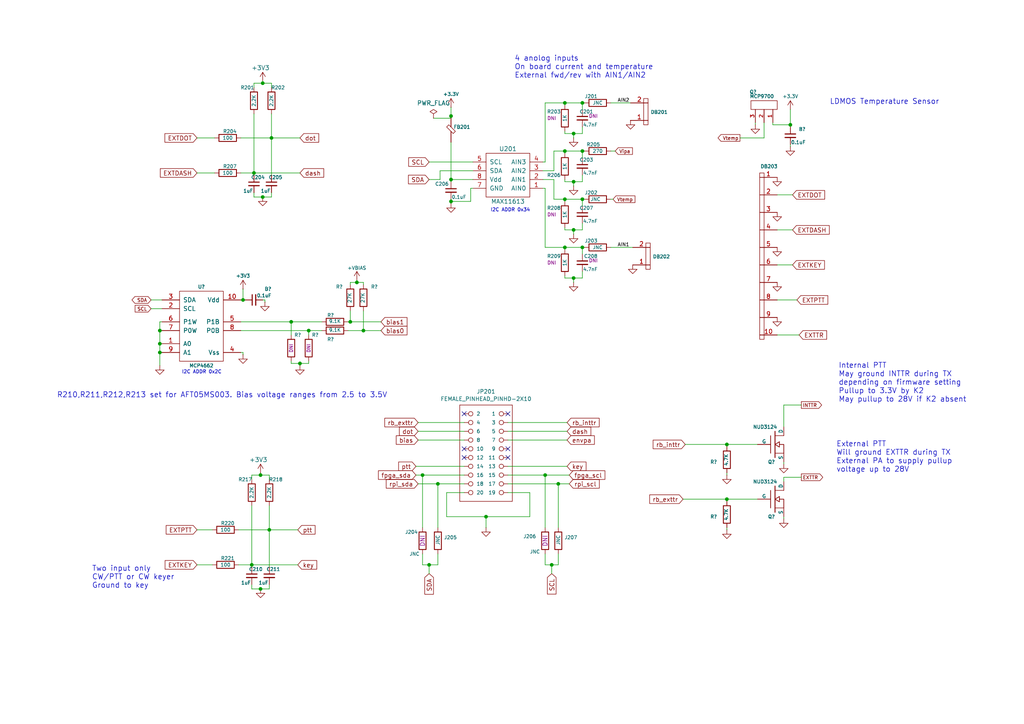
<source format=kicad_sch>
(kicad_sch (version 20231120) (generator "eeschema") (generator_version "8.0")
  (paper "A4")
  (title_block (title "Radioberry - amplifier") (date "2020-12-18") (rev "beta 1") (company "AppMind") (comment 1 "PA3GSB Johan Maas"))
  (lib_symbols
    (symbol "Radioberry:PINHEAD_PINHD-2X10" (pin_numbers hide) (pin_names (offset 1.016))
      (property "Reference" "JP" (at -6.35 13.335 0))
      (property "Value" "PINHEAD_PINHD-2X10" (at -6.35 -17.78 0))
      (symbol "PINHEAD_PINHD-2X10_1_0"
        (polyline (pts (xy -6.35 -15.24) (xy 8.89 -15.24)))
        (polyline (pts (xy -6.35 12.7) (xy -6.35 -15.24)))
        (polyline (pts (xy 8.89 -15.24) (xy 8.89 12.7)))
        (polyline (pts (xy 8.89 12.7) (xy -6.35 12.7)))
      )
      (symbol "PINHEAD_PINHD-2X10_1_1"
        (pin passive inverted (at -5.08 10.16 0) (length 2.54) (name "1") (number "1"))
        (pin passive inverted (at 7.62 0 180) (length 2.54) (name "10") (number "10"))
        (pin passive inverted (at -5.08 -2.54 0) (length 2.54) (name "11") (number "11"))
        (pin passive inverted (at 7.62 -2.54 180) (length 2.54) (name "12") (number "12"))
        (pin passive inverted (at -5.08 -5.08 0) (length 2.54) (name "13") (number "13"))
        (pin passive inverted (at 7.62 -5.08 180) (length 2.54) (name "14") (number "14"))
        (pin passive inverted (at -5.08 -7.62 0) (length 2.54) (name "15") (number "15"))
        (pin passive inverted (at 7.62 -7.62 180) (length 2.54) (name "16") (number "16"))
        (pin passive inverted (at -5.08 -10.16 0) (length 2.54) (name "17") (number "17"))
        (pin passive inverted (at 7.62 -10.16 180) (length 2.54) (name "18") (number "18"))
        (pin passive inverted (at -5.08 -12.7 0) (length 2.54) (name "19") (number "19"))
        (pin passive inverted (at 7.62 10.16 180) (length 2.54) (name "2") (number "2"))
        (pin passive inverted (at 7.62 -12.7 180) (length 2.54) (name "20") (number "20"))
        (pin passive inverted (at -5.08 7.62 0) (length 2.54) (name "3") (number "3"))
        (pin passive inverted (at 7.62 7.62 180) (length 2.54) (name "4") (number "4"))
        (pin passive inverted (at -5.08 5.08 0) (length 2.54) (name "5") (number "5"))
        (pin passive inverted (at 7.62 5.08 180) (length 2.54) (name "6") (number "6"))
        (pin passive inverted (at -5.08 2.54 0) (length 2.54) (name "7") (number "7"))
        (pin passive inverted (at 7.62 2.54 180) (length 2.54) (name "8") (number "8"))
        (pin passive inverted (at -5.08 0 0) (length 2.54) (name "9") (number "9"))
      )
    )
    (symbol "hermeslite:+VBIAS" (power) (pin_names (offset 0))
      (property "Value" "+VBIAS" (at 0 3.556 0))
      (symbol "+VBIAS_0_1"
        (polyline (pts (xy -0.762 1.27) (xy 0 2.54)))
        (polyline (pts (xy 0 0) (xy 0 2.54)))
        (polyline (pts (xy 0 2.54) (xy 0.762 1.27)))
      )
      (symbol "+VBIAS_1_1"
        (pin power_in line (at 0 0 90) (length 0) hide (name "+VBIAS") (number "1"))
      )
    )
    (symbol "hermeslite:C_Small" (pin_numbers hide) (pin_names (offset 0.254) hide)
      (property "Reference" "C" (at 0.254 1.778 0))
      (property "Value" "C_Small" (at 0.254 -2.032 0))
      (symbol "C_Small_0_1"
        (polyline (pts (xy -1.524 -0.508) (xy 1.524 -0.508)) (stroke (width 0.3302)))
        (polyline (pts (xy -1.524 0.508) (xy 1.524 0.508)) (stroke (width 0.3048)))
      )
      (symbol "C_Small_1_1"
        (pin passive line (at 0 2.54 270) (length 2.032) (name "~") (number "1"))
        (pin passive line (at 0 -2.54 90) (length 2.032) (name "~") (number "2"))
      )
    )
    (symbol "hermeslite:FB" (pin_numbers hide) (pin_names (offset 1.016))
      (property "Reference" "FB" (at 1.905 -1.27 0))
      (symbol "FB_0_1"
        (polyline (pts (xy 0.635 1.27) (xy 1.27 0.635) (xy -0.635 -1.27) (xy -1.27 -0.635) (xy 0.635 1.27)))
      )
      (symbol "FB_1_1"
        (pin passive line (at -3.81 0 0) (length 3.1496) (name "~") (number "1"))
        (pin input line (at 3.81 0 180) (length 3.1496) (name "~") (number "2"))
      )
    )
    (symbol "hermeslite:IO10" (pin_names (offset 1.016))
      (property "Reference" "DB" (at -1.905 -15.24 0))
      (symbol "IO10_0_1"
        (rectangle (start -2.54 34.29) (end -1.27 -13.97))
      )
      (symbol "IO10_1_1"
        (pin input line (at 2.54 33.02 180) (length 5.08) (name "~") (number "1"))
        (pin input line (at 2.54 -12.7 180) (length 5.08) (name "~") (number "10"))
        (pin input line (at 2.54 27.94 180) (length 5.08) (name "~") (number "2"))
        (pin input line (at 2.54 22.86 180) (length 5.08) (name "~") (number "3"))
        (pin input line (at 2.54 17.78 180) (length 5.08) (name "~") (number "4"))
        (pin input line (at 2.54 12.7 180) (length 5.08) (name "~") (number "5"))
        (pin input line (at 2.54 7.62 180) (length 5.08) (name "~") (number "6"))
        (pin input line (at 2.54 2.54 180) (length 5.08) (name "~") (number "7"))
        (pin input line (at 2.54 -2.54 180) (length 5.08) (name "~") (number "8"))
        (pin input line (at 2.54 -7.62 180) (length 5.08) (name "~") (number "9"))
      )
    )
    (symbol "hermeslite:JNC" (pin_numbers hide) (pin_names (offset 0))
      (property "Reference" "J" (at 2.032 0 90))
      (property "Value" "JNC" (at 0 0 90))
      (symbol "JNC_0_1"
        (rectangle (start -1.016 -2.54) (end 1.016 2.54) (stroke (width 0.254)))
      )
      (symbol "JNC_1_1"
        (pin passive line (at 0 -3.81 90) (length 1.27) (name "~") (number "1"))
        (pin passive line (at 0 3.81 270) (length 1.27) (name "~") (number "2"))
      )
    )
    (symbol "hermeslite:MAX11613" (pin_names (offset 1.016))
      (property "Reference" "U" (at 0 -7.62 0))
      (symbol "MAX11613_0_1"
        (rectangle (start -6.35 6.35) (end 6.35 -6.35))
      )
      (symbol "MAX11613_1_1"
        (pin input line (at -10.16 3.81 0) (length 3.81) (name "AIN0") (number "1"))
        (pin power_in line (at -10.16 1.27 0) (length 3.81) (name "AIN1") (number "2"))
        (pin input line (at -10.16 -1.27 0) (length 3.81) (name "AIN2") (number "3"))
        (pin power_in line (at -10.16 -3.81 0) (length 3.81) (name "AIN3") (number "4"))
        (pin input line (at 10.16 -3.81 180) (length 3.81) (name "SCL") (number "5"))
        (pin input line (at 10.16 -1.27 180) (length 3.81) (name "SDA") (number "6"))
        (pin input line (at 10.16 3.81 180) (length 3.81) (name "GND") (number "7"))
        (pin power_out line (at 10.16 1.27 180) (length 3.81) (name "Vdd") (number "8"))
      )
    )
    (symbol "hermeslite:MCP4662" (pin_names (offset 1.016))
      (property "Reference" "U" (at 6.35 24.13 0))
      (property "Value" "MCP4662" (at 6.35 1.27 0))
      (symbol "MCP4662_0_1"
        (rectangle (start 12.7 2.54) (end 0 22.86))
      )
      (symbol "MCP4662_1_1"
        (pin input line (at -5.08 7.62 0) (length 5.08) (name "A0") (number "1"))
        (pin power_in line (at 17.78 20.32 180) (length 5.08) (name "Vdd") (number "10"))
        (pin input line (at -5.08 17.78 0) (length 5.08) (name "SCL") (number "2"))
        (pin bidirectional line (at -5.08 20.32 0) (length 5.08) (name "SDA") (number "3"))
        (pin power_in line (at 17.78 5.08 180) (length 5.08) (name "Vss") (number "4"))
        (pin input line (at 17.78 13.97 180) (length 5.08) (name "P1B") (number "5"))
        (pin input line (at -5.08 13.97 0) (length 5.08) (name "P1W") (number "6"))
        (pin output line (at -5.08 11.43 0) (length 5.08) (name "P0W") (number "7"))
        (pin input line (at 17.78 11.43 180) (length 5.08) (name "P0B") (number "8"))
        (pin input line (at -5.08 5.08 0) (length 5.08) (name "A1") (number "9"))
      )
    )
    (symbol "hermeslite:MCP9700" (pin_names (offset 1.016))
      (property "Reference" "Q" (at -1.27 8.89 0))
      (property "Value" "MCP9700" (at -1.27 -1.27 0))
      (symbol "MCP9700_0_1"
        (rectangle (start -2.54 7.62) (end 0 0))
      )
      (symbol "MCP9700_1_1"
        (pin passive line (at 3.81 6.35 180) (length 3.81) (name "~") (number "1"))
        (pin passive line (at 3.81 3.81 180) (length 3.81) (name "~") (number "2"))
        (pin passive line (at 3.81 1.27 180) (length 3.81) (name "~") (number "3"))
      )
    )
    (symbol "hermeslite:MOSFET_N" (pin_numbers hide) (pin_names (offset 0))
      (property "Reference" "Q" (at 0.254 4.318 0))
      (property "Value" "MOSFET_N" (at 0.254 -3.81 0))
      (symbol "MOSFET_N_0_1"
        (polyline (pts (xy -1.27 -2.54) (xy -1.27 2.54)) (stroke (width 0.2032)))
        (polyline (pts (xy 0 -3.81) (xy 0 3.81)) (stroke (width 0.254)))
        (polyline (pts (xy 2.54 -2.54) (xy 0 -2.54)))
        (polyline (pts (xy 2.54 2.54) (xy 0 2.54)))
        (polyline (pts (xy 2.54 -2.54) (xy 2.54 0) (xy 1.27 0)) (stroke (width 0.2032)))
        (polyline (pts (xy 1.27 0.762) (xy 1.27 -0.762) (xy 0 0) (xy 1.27 0.762) (xy 1.27 0.762)) (stroke (width 0.2032)))
      )
      (symbol "MOSFET_N_1_1"
        (pin input line (at -5.08 0 0) (length 3.81) (name "G") (number "1"))
        (pin passive line (at 2.54 -5.08 90) (length 2.54) (name "S") (number "2"))
        (pin passive line (at 2.54 5.08 270) (length 2.54) (name "D") (number "3"))
      )
    )
    (symbol "hermeslite:R" (pin_numbers hide) (pin_names (offset 0))
      (property "Reference" "R" (at 2.032 0 90))
      (property "Value" "R" (at 0 0 90))
      (symbol "R_0_1"
        (rectangle (start -1.016 -2.54) (end 1.016 2.54) (stroke (width 0.254)))
      )
      (symbol "R_1_1"
        (pin passive line (at 0 3.81 270) (length 1.27) (name "~") (number "1"))
        (pin passive line (at 0 -3.81 90) (length 1.27) (name "~") (number "2"))
      )
    )
    (symbol "hermeslite:RFD2b" (pin_names (offset 1.016))
      (property "Reference" "DB" (at -1.27 -5.08 0))
      (symbol "RFD2b_0_1"
        (rectangle (start -2.54 3.81) (end -1.27 -3.81))
      )
      (symbol "RFD2b_1_1"
        (pin input line (at 2.54 2.54 180) (length 5.08) (name "~") (number "1"))
        (pin input line (at 2.54 -2.54 180) (length 5.08) (name "~") (number "2"))
      )
    )
    (symbol "power:+3.3V" (power) (pin_numbers hide) (pin_names (offset 0) hide)
      (property "Value" "+3.3V" (at 0 3.556 0))
      (symbol "+3.3V_0_1"
        (polyline (pts (xy -0.762 1.27) (xy 0 2.54)))
        (polyline (pts (xy 0 0) (xy 0 2.54)))
        (polyline (pts (xy 0 2.54) (xy 0.762 1.27)))
      )
      (symbol "+3.3V_1_1"
        (pin power_in line (at 0 0 90) (length 0) (name "~") (number "1"))
      )
    )
    (symbol "power:+3V3" (power) (pin_numbers hide) (pin_names (offset 0) hide)
      (property "Value" "+3V3" (at 0 3.556 0))
      (symbol "+3V3_0_1"
        (polyline (pts (xy -0.762 1.27) (xy 0 2.54)))
        (polyline (pts (xy 0 0) (xy 0 2.54)))
        (polyline (pts (xy 0 2.54) (xy 0.762 1.27)))
      )
      (symbol "+3V3_1_1"
        (pin power_in line (at 0 0 90) (length 0) (name "~") (number "1"))
      )
    )
    (symbol "power:GND" (power) (pin_numbers hide) (pin_names (offset 0) hide)
      (property "Value" "GND" (at 0 -3.81 0))
      (symbol "GND_0_1"
        (polyline (pts (xy 0 0) (xy 0 -1.27) (xy 1.27 -1.27) (xy 0 -2.54) (xy -1.27 -1.27) (xy 0 -1.27)))
      )
      (symbol "GND_1_1"
        (pin power_in line (at 0 0 270) (length 0) (name "~") (number "1"))
      )
    )
    (symbol "power:PWR_FLAG" (power) (pin_numbers hide) (pin_names (offset 0) hide)
      (property "Value" "PWR_FLAG" (at 0 3.81 0))
      (symbol "PWR_FLAG_0_0"
        (pin power_out line (at 0 0 90) (length 0) (name "~") (number "1"))
      )
      (symbol "PWR_FLAG_0_1"
        (polyline (pts (xy 0 0) (xy 0 1.27) (xy -1.016 1.905) (xy 0 2.54) (xy 1.016 1.905) (xy 0 1.27)))
      )
    )
  )
  (junction (at 124.46 163.83))
  (junction (at 73.025 163.83))
  (junction (at 130.81 33.655))
  (junction (at 76.2 24.13))
  (junction (at 78.74 40.005))
  (junction (at 140.97 149.86))
  (junction (at 86.995 105.41))
  (junction (at 168.91 29.845))
  (junction (at 166.37 66.675))
  (junction (at 160.02 163.83))
  (junction (at 75.565 170.815))
  (junction (at 168.91 71.755))
  (junction (at 210.82 144.78))
  (junction (at 158.115 137.795))
  (junction (at 127 140.335))
  (junction (at 46.355 102.235))
  (junction (at 84.455 93.345))
  (junction (at 70.485 86.995))
  (junction (at 105.41 95.885))
  (junction (at 163.83 57.785))
  (junction (at 166.37 38.735))
  (junction (at 46.355 99.695))
  (junction (at 161.925 140.335))
  (junction (at 168.91 43.815))
  (junction (at 130.81 58.42))
  (junction (at 163.83 71.755))
  (junction (at 46.355 95.885))
  (junction (at 168.91 57.785))
  (junction (at 78.105 153.67))
  (junction (at 210.82 128.905))
  (junction (at 73.66 50.165))
  (junction (at 163.83 29.845))
  (junction (at 166.37 52.705))
  (junction (at 122.555 137.795))
  (junction (at 101.6 93.345))
  (junction (at 75.565 137.795))
  (junction (at 89.535 95.885))
  (junction (at 103.505 81.915))
  (junction (at 163.83 43.815))
  (junction (at 229.235 36.195))
  (junction (at 130.81 52.07))
  (junction (at 166.37 80.645))
  (junction (at 76.2 57.15))
  (no_connect (at 134.62 132.715))
  (no_connect (at 147.32 120.015))
  (no_connect (at 134.62 130.175))
  (no_connect (at 147.32 132.715))
  (no_connect (at 134.62 120.015))
  (no_connect (at 147.32 130.175))
  (wire (pts (xy 127.635 49.53) (xy 137.16 49.53)))
  (wire (pts (xy 168.91 29.845) (xy 168.91 31.75)))
  (wire (pts (xy 210.82 137.16) (xy 210.82 137.795)))
  (wire (pts (xy 78.105 153.67) (xy 86.36 153.67)))
  (wire (pts (xy 69.85 50.165) (xy 73.66 50.165)))
  (wire (pts (xy 69.85 95.885) (xy 89.535 95.885)))
  (wire (pts (xy 46.99 93.345) (xy 46.355 93.345)))
  (wire (pts (xy 130.81 58.42) (xy 130.81 59.055)))
  (wire (pts (xy 158.115 137.795) (xy 158.115 153.035)))
  (wire (pts (xy 198.755 128.905) (xy 210.82 128.905)))
  (wire (pts (xy 168.91 57.785) (xy 169.545 57.785)))
  (wire (pts (xy 129.54 142.875) (xy 134.62 142.875)))
  (wire (pts (xy 100.965 93.345) (xy 101.6 93.345)))
  (wire (pts (xy 46.99 86.995) (xy 43.815 86.995)))
  (wire (pts (xy 121.285 125.095) (xy 134.62 125.095)))
  (wire (pts (xy 101.6 82.55) (xy 101.6 81.915)))
  (wire (pts (xy 168.91 29.845) (xy 169.545 29.845)))
  (wire (pts (xy 46.99 95.885) (xy 46.355 95.885)))
  (wire (pts (xy 177.165 57.785) (xy 177.8 57.785)))
  (wire (pts (xy 69.215 163.83) (xy 73.025 163.83)))
  (wire (pts (xy 210.82 145.415) (xy 210.82 144.78)))
  (wire (pts (xy 73.66 24.13) (xy 73.66 25.4)))
  (wire (pts (xy 121.285 140.335) (xy 127 140.335)))
  (wire (pts (xy 124.46 52.07) (xy 127.635 52.07)))
  (wire (pts (xy 153.67 149.86) (xy 140.97 149.86)))
  (wire (pts (xy 121.285 122.555) (xy 134.62 122.555)))
  (wire (pts (xy 101.6 81.915) (xy 103.505 81.915)))
  (wire (pts (xy 147.32 140.335) (xy 161.925 140.335)))
  (wire (pts (xy 163.83 52.07) (xy 163.83 52.705)))
  (wire (pts (xy 160.655 57.785) (xy 163.83 57.785)))
  (wire (pts (xy 70.485 86.995) (xy 71.12 86.995)))
  (wire (pts (xy 78.74 57.15) (xy 78.74 55.88)))
  (wire (pts (xy 147.32 122.555) (xy 164.465 122.555)))
  (wire (pts (xy 160.655 43.815) (xy 163.83 43.815)))
  (wire (pts (xy 227.33 139.7) (xy 227.33 138.43)))
  (wire (pts (xy 158.115 54.61) (xy 158.115 71.755)))
  (wire (pts (xy 70.485 102.235) (xy 70.485 102.87)))
  (wire (pts (xy 73.025 163.83) (xy 86.36 163.83)))
  (wire (pts (xy 227.33 149.86) (xy 227.33 150.495)))
  (wire (pts (xy 168.91 38.735) (xy 168.91 36.83)))
  (wire (pts (xy 78.105 170.815) (xy 78.105 169.545)))
  (wire (pts (xy 100.965 95.885) (xy 105.41 95.885)))
  (wire (pts (xy 168.91 43.815) (xy 168.91 45.72)))
  (wire (pts (xy 73.66 50.165) (xy 73.66 50.8)))
  (wire (pts (xy 168.91 71.755) (xy 168.91 73.66)))
  (wire (pts (xy 177.165 71.755) (xy 183.515 71.755)))
  (wire (pts (xy 160.02 163.83) (xy 160.02 166.37)))
  (wire (pts (xy 84.455 105.41) (xy 86.995 105.41)))
  (wire (pts (xy 224.155 35.56) (xy 224.155 36.195)))
  (wire (pts (xy 157.48 49.53) (xy 160.655 49.53)))
  (wire (pts (xy 105.41 90.17) (xy 105.41 95.885)))
  (wire (pts (xy 221.615 40.005) (xy 221.615 35.56)))
  (wire (pts (xy 101.6 93.345) (xy 110.49 93.345)))
  (wire (pts (xy 166.37 66.675) (xy 168.91 66.675)))
  (wire (pts (xy 127 163.83) (xy 127 160.655)))
  (wire (pts (xy 134.62 137.795) (xy 122.555 137.795)))
  (wire (pts (xy 103.505 81.28) (xy 103.505 81.915)))
  (wire (pts (xy 210.82 128.905) (xy 219.71 128.905)))
  (wire (pts (xy 140.97 153.035) (xy 140.97 149.86)))
  (wire (pts (xy 130.81 33.655) (xy 130.81 34.29)))
  (wire (pts (xy 122.555 137.795) (xy 122.555 153.035)))
  (wire (pts (xy 166.37 80.645) (xy 168.91 80.645)))
  (wire (pts (xy 105.41 95.885) (xy 110.49 95.885)))
  (wire (pts (xy 158.115 163.83) (xy 160.02 163.83)))
  (wire (pts (xy 163.83 29.845) (xy 168.91 29.845)))
  (wire (pts (xy 86.995 106.045) (xy 86.995 105.41)))
  (wire (pts (xy 163.83 29.845) (xy 163.83 30.48)))
  (wire (pts (xy 84.455 97.155) (xy 84.455 93.345)))
  (wire (pts (xy 225.425 86.995) (xy 231.14 86.995)))
  (wire (pts (xy 227.33 117.475) (xy 232.41 117.475)))
  (wire (pts (xy 163.83 43.815) (xy 163.83 44.45)))
  (wire (pts (xy 76.835 86.995) (xy 76.835 87.63)))
  (wire (pts (xy 127 140.335) (xy 127 153.035)))
  (wire (pts (xy 101.6 90.17) (xy 101.6 93.345)))
  (wire (pts (xy 229.87 66.675) (xy 225.425 66.675)))
  (wire (pts (xy 163.83 57.785) (xy 168.91 57.785)))
  (wire (pts (xy 163.83 80.01) (xy 163.83 80.645)))
  (wire (pts (xy 130.81 52.07) (xy 130.81 52.705)))
  (wire (pts (xy 69.85 40.005) (xy 78.74 40.005)))
  (wire (pts (xy 105.41 81.915) (xy 105.41 82.55)))
  (wire (pts (xy 46.355 102.235) (xy 46.355 106.045)))
  (wire (pts (xy 210.82 153.035) (xy 210.82 153.67)))
  (wire (pts (xy 163.83 71.755) (xy 163.83 72.39)))
  (wire (pts (xy 75.565 137.795) (xy 78.105 137.795)))
  (wire (pts (xy 46.355 99.695) (xy 46.355 102.235)))
  (wire (pts (xy 73.025 170.815) (xy 75.565 170.815)))
  (wire (pts (xy 166.37 52.705) (xy 168.91 52.705)))
  (wire (pts (xy 46.99 102.235) (xy 46.355 102.235)))
  (wire (pts (xy 225.425 97.155) (xy 231.775 97.155)))
  (wire (pts (xy 125.73 34.29) (xy 130.81 34.29)))
  (wire (pts (xy 158.115 29.845) (xy 163.83 29.845)))
  (wire (pts (xy 78.105 153.67) (xy 78.105 164.465)))
  (wire (pts (xy 129.54 149.86) (xy 129.54 142.875)))
  (wire (pts (xy 73.025 146.685) (xy 73.025 163.83)))
  (wire (pts (xy 120.65 135.255) (xy 134.62 135.255)))
  (wire (pts (xy 46.355 93.345) (xy 46.355 95.885)))
  (wire (pts (xy 69.215 153.67) (xy 78.105 153.67)))
  (wire (pts (xy 227.33 117.475) (xy 227.33 123.825)))
  (wire (pts (xy 163.83 80.645) (xy 166.37 80.645)))
  (wire (pts (xy 147.32 137.795) (xy 158.115 137.795)))
  (wire (pts (xy 89.535 105.41) (xy 89.535 104.775)))
  (wire (pts (xy 163.83 66.04) (xy 163.83 66.675)))
  (wire (pts (xy 73.025 137.795) (xy 75.565 137.795)))
  (wire (pts (xy 130.81 52.07) (xy 137.16 52.07)))
  (wire (pts (xy 210.82 128.905) (xy 210.82 129.54)))
  (wire (pts (xy 227.33 133.985) (xy 227.33 134.62)))
  (wire (pts (xy 46.355 95.885) (xy 46.355 99.695)))
  (wire (pts (xy 147.32 135.255) (xy 164.465 135.255)))
  (wire (pts (xy 73.66 33.02) (xy 73.66 50.165)))
  (wire (pts (xy 89.535 97.155) (xy 89.535 95.885)))
  (wire (pts (xy 76.2 24.13) (xy 78.74 24.13)))
  (wire (pts (xy 163.83 57.785) (xy 163.83 58.42)))
  (wire (pts (xy 76.2 86.995) (xy 76.835 86.995)))
  (wire (pts (xy 86.995 105.41) (xy 89.535 105.41)))
  (wire (pts (xy 166.37 52.705) (xy 166.37 53.975)))
  (wire (pts (xy 229.87 76.835) (xy 225.425 76.835)))
  (wire (pts (xy 161.925 140.335) (xy 161.925 153.035)))
  (wire (pts (xy 62.23 50.165) (xy 57.15 50.165)))
  (wire (pts (xy 124.46 46.99) (xy 137.16 46.99)))
  (wire (pts (xy 122.555 160.655) (xy 122.555 163.83)))
  (wire (pts (xy 177.165 43.815) (xy 178.435 43.815)))
  (wire (pts (xy 168.91 71.755) (xy 169.545 71.755)))
  (wire (pts (xy 78.74 33.02) (xy 78.74 40.005)))
  (wire (pts (xy 89.535 95.885) (xy 93.345 95.885)))
  (wire (pts (xy 166.37 38.735) (xy 166.37 40.005)))
  (wire (pts (xy 136.525 54.61) (xy 137.16 54.61)))
  (wire (pts (xy 227.33 138.43) (xy 232.41 138.43)))
  (wire (pts (xy 224.155 36.195) (xy 229.235 36.195)))
  (wire (pts (xy 130.81 41.275) (xy 130.81 52.07)))
  (wire (pts (xy 127.635 52.07) (xy 127.635 49.53)))
  (wire (pts (xy 73.66 57.15) (xy 76.2 57.15)))
  (wire (pts (xy 168.91 66.675) (xy 168.91 64.77)))
  (wire (pts (xy 127 140.335) (xy 134.62 140.335)))
  (wire (pts (xy 61.595 153.67) (xy 57.15 153.67)))
  (wire (pts (xy 177.165 29.845) (xy 182.88 29.845)))
  (wire (pts (xy 157.48 52.07) (xy 160.655 52.07)))
  (wire (pts (xy 73.025 163.83) (xy 73.025 164.465)))
  (wire (pts (xy 168.91 43.815) (xy 169.545 43.815)))
  (wire (pts (xy 84.455 104.775) (xy 84.455 105.41)))
  (wire (pts (xy 103.505 81.915) (xy 105.41 81.915)))
  (wire (pts (xy 163.83 71.755) (xy 168.91 71.755)))
  (wire (pts (xy 78.105 137.795) (xy 78.105 139.065)))
  (wire (pts (xy 158.115 160.655) (xy 158.115 163.83)))
  (wire (pts (xy 166.37 38.735) (xy 168.91 38.735)))
  (wire (pts (xy 163.83 66.675) (xy 166.37 66.675)))
  (wire (pts (xy 221.615 40.005) (xy 214.63 40.005)))
  (wire (pts (xy 73.025 169.545) (xy 73.025 170.815)))
  (wire (pts (xy 43.815 89.535) (xy 46.99 89.535)))
  (wire (pts (xy 168.91 80.645) (xy 168.91 78.74)))
  (wire (pts (xy 78.74 24.13) (xy 78.74 25.4)))
  (wire (pts (xy 69.85 86.995) (xy 70.485 86.995)))
  (wire (pts (xy 166.37 80.645) (xy 166.37 81.915)))
  (wire (pts (xy 75.565 170.815) (xy 78.105 170.815)))
  (wire (pts (xy 130.81 31.115) (xy 130.81 33.655)))
  (wire (pts (xy 70.485 86.995) (xy 70.485 83.82)))
  (wire (pts (xy 73.66 55.88) (xy 73.66 57.15)))
  (wire (pts (xy 168.91 57.785) (xy 168.91 59.69)))
  (wire (pts (xy 147.32 142.875) (xy 153.67 142.875)))
  (wire (pts (xy 160.655 52.07) (xy 160.655 57.785)))
  (wire (pts (xy 73.025 137.795) (xy 73.025 139.065)))
  (wire (pts (xy 163.83 43.815) (xy 168.91 43.815)))
  (wire (pts (xy 229.235 41.91) (xy 229.235 42.545)))
  (wire (pts (xy 136.525 58.42) (xy 136.525 54.61)))
  (wire (pts (xy 160.02 163.83) (xy 161.925 163.83)))
  (wire (pts (xy 61.595 163.83) (xy 57.15 163.83)))
  (wire (pts (xy 163.83 52.705) (xy 166.37 52.705)))
  (wire (pts (xy 158.115 46.99) (xy 158.115 29.845)))
  (wire (pts (xy 75.565 137.16) (xy 75.565 137.795)))
  (wire (pts (xy 158.115 137.795) (xy 165.1 137.795)))
  (wire (pts (xy 198.12 144.78) (xy 210.82 144.78)))
  (wire (pts (xy 147.32 127.635) (xy 164.465 127.635)))
  (wire (pts (xy 153.67 142.875) (xy 153.67 149.86)))
  (wire (pts (xy 122.555 163.83) (xy 124.46 163.83)))
  (wire (pts (xy 76.2 23.495) (xy 76.2 24.13)))
  (wire (pts (xy 134.62 127.635) (xy 121.285 127.635)))
  (wire (pts (xy 78.74 40.005) (xy 78.74 50.8)))
  (wire (pts (xy 157.48 54.61) (xy 158.115 54.61)))
  (wire (pts (xy 163.83 38.735) (xy 166.37 38.735)))
  (wire (pts (xy 161.925 163.83) (xy 161.925 160.655)))
  (wire (pts (xy 130.81 57.785) (xy 130.81 58.42)))
  (wire (pts (xy 73.66 50.165) (xy 86.995 50.165)))
  (wire (pts (xy 229.235 36.195) (xy 229.235 36.83)))
  (wire (pts (xy 69.85 102.235) (xy 70.485 102.235)))
  (wire (pts (xy 219.075 36.195) (xy 219.075 35.56)))
  (wire (pts (xy 161.925 140.335) (xy 165.1 140.335)))
  (wire (pts (xy 46.99 99.695) (xy 46.355 99.695)))
  (wire (pts (xy 166.37 66.675) (xy 166.37 67.945)))
  (wire (pts (xy 62.23 40.005) (xy 57.15 40.005)))
  (wire (pts (xy 78.74 40.005) (xy 86.995 40.005)))
  (wire (pts (xy 157.48 46.99) (xy 158.115 46.99)))
  (wire (pts (xy 140.97 149.86) (xy 129.54 149.86)))
  (wire (pts (xy 122.555 137.795) (xy 120.65 137.795)))
  (wire (pts (xy 210.82 144.78) (xy 219.71 144.78)))
  (wire (pts (xy 84.455 93.345) (xy 93.345 93.345)))
  (wire (pts (xy 158.115 71.755) (xy 163.83 71.755)))
  (wire (pts (xy 130.81 58.42) (xy 136.525 58.42)))
  (wire (pts (xy 69.85 93.345) (xy 84.455 93.345)))
  (wire (pts (xy 124.46 163.83) (xy 127 163.83)))
  (wire (pts (xy 168.91 52.705) (xy 168.91 50.8)))
  (wire (pts (xy 160.655 49.53) (xy 160.655 43.815)))
  (wire (pts (xy 73.66 24.13) (xy 76.2 24.13)))
  (wire (pts (xy 147.32 125.095) (xy 164.465 125.095)))
  (wire (pts (xy 163.83 38.1) (xy 163.83 38.735)))
  (wire (pts (xy 78.105 146.685) (xy 78.105 153.67)))
  (wire (pts (xy 76.2 57.15) (xy 78.74 57.15)))
  (wire (pts (xy 229.235 31.75) (xy 229.235 36.195)))
  (wire (pts (xy 225.425 56.515) (xy 229.87 56.515)))
  (wire (pts (xy 124.46 163.83) (xy 124.46 166.37)))
  (text "I2C ADDR 0x34" (at 142.24 61.595 0) (effects (font (size 0.9906 0.9906)) (justify left bottom)))
  (text "4 anolog inputs\nOn board current and temperature\nExternal fwd/rev with AIN1/AIN2" (at 149.225 22.86 0) (effects (font (size 1.524 1.524)) (justify left bottom)))
  (text "External PTT\nWill ground EXTTR during TX\nExternal PA to supply pullup\nvoltage up to 28V" (at 242.57 137.16 0) (effects (font (size 1.524 1.524)) (justify left bottom)))
  (text "Two input only\nCW/PTT or CW keyer\nGround to key" (at 26.67 170.815 0) (effects (font (size 1.524 1.524)) (justify left bottom)))
  (text "LDMOS Temperature Sensor" (at 240.665 30.48 0) (effects (font (size 1.524 1.524)) (justify left bottom)))
  (text "R210,R211,R212,R213 set for AFT05MS003. Bias voltage ranges from 2.5 to 3.5V\n" (at 16.51 115.57 0) (effects (font (size 1.524 1.524)) (justify left bottom)))
  (text "Internal PTT\nMay ground INTTR during TX\ndepending on firmware setting\nPullup to 3.3V by K2\nMay pullup to 28V if K2 absent" (at 243.205 116.84 0) (effects (font (size 1.524 1.524)) (justify left bottom)))
  (text "I2C ADDR 0x2C" (at 52.705 108.585 0) (effects (font (size 0.9906 0.9906)) (justify left bottom)))
  (label "AIN1" (at 179.07 71.755 0) (effects (font (size 0.9906 0.9906))))
  (label "AIN2" (at 179.07 29.845 0) (effects (font (size 0.9906 0.9906))))
  (global_label "envpa" (shape input) (at 164.465 127.635 0) (property "Intersheetrefs" "${INTERSHEET_REFS}" (effects (hide yes))))
  (global_label "SCL" (shape input) (at 160.02 166.37 270) (property "Intersheetrefs" "${INTERSHEET_REFS}" (effects (hide yes))))
  (global_label "Vtemp" (shape output) (at 214.63 40.005 180) (effects (font (size 0.9906 0.9906))) (property "Intersheetrefs" "${INTERSHEET_REFS}" (effects (hide yes))))
  (global_label "rb_inttr" (shape input) (at 164.465 122.555 0) (property "Intersheetrefs" "${INTERSHEET_REFS}" (effects (hide yes))))
  (global_label "bias0" (shape input) (at 110.49 95.885 0) (property "Intersheetrefs" "${INTERSHEET_REFS}" (effects (hide yes))))
  (global_label "EXTPTT" (shape input) (at 231.14 86.995 0) (property "Intersheetrefs" "${INTERSHEET_REFS}" (effects (hide yes))))
  (global_label "EXTTR" (shape input) (at 231.775 97.155 0) (property "Intersheetrefs" "${INTERSHEET_REFS}" (effects (hide yes))))
  (global_label "key" (shape input) (at 164.465 135.255 0) (property "Intersheetrefs" "${INTERSHEET_REFS}" (effects (hide yes))))
  (global_label "fpga_scl" (shape input) (at 165.1 137.795 0) (property "Intersheetrefs" "${INTERSHEET_REFS}" (effects (hide yes))))
  (global_label "rb_exttr" (shape input) (at 198.12 144.78 180) (property "Intersheetrefs" "${INTERSHEET_REFS}" (effects (hide yes))))
  (global_label "SCL" (shape input) (at 43.815 89.535 180) (effects (font (size 0.9906 0.9906))) (property "Intersheetrefs" "${INTERSHEET_REFS}" (effects (hide yes))))
  (global_label "Vipa" (shape input) (at 178.435 43.815 0) (effects (font (size 0.9906 0.9906))) (property "Intersheetrefs" "${INTERSHEET_REFS}" (effects (hide yes))))
  (global_label "SDA" (shape input) (at 124.46 52.07 180) (property "Intersheetrefs" "${INTERSHEET_REFS}" (effects (hide yes))))
  (global_label "ptt" (shape input) (at 120.65 135.255 180) (property "Intersheetrefs" "${INTERSHEET_REFS}" (effects (hide yes))))
  (global_label "EXTKEY" (shape input) (at 229.87 76.835 0) (property "Intersheetrefs" "${INTERSHEET_REFS}" (effects (hide yes))))
  (global_label "rb_exttr" (shape input) (at 121.285 122.555 180) (property "Intersheetrefs" "${INTERSHEET_REFS}" (effects (hide yes))))
  (global_label "INTTR" (shape output) (at 232.41 117.475 0) (effects (font (size 0.9906 0.9906))) (property "Intersheetrefs" "${INTERSHEET_REFS}" (effects (hide yes))))
  (global_label "EXTKEY" (shape input) (at 57.15 163.83 180) (property "Intersheetrefs" "${INTERSHEET_REFS}" (effects (hide yes))))
  (global_label "Vtemp" (shape input) (at 177.8 57.785 0) (effects (font (size 0.9906 0.9906))) (property "Intersheetrefs" "${INTERSHEET_REFS}" (effects (hide yes))))
  (global_label "dot" (shape input) (at 121.285 125.095 180) (property "Intersheetrefs" "${INTERSHEET_REFS}" (effects (hide yes))))
  (global_label "rpi_scl" (shape input) (at 165.1 140.335 0) (property "Intersheetrefs" "${INTERSHEET_REFS}" (effects (hide yes))))
  (global_label "dash" (shape input) (at 164.465 125.095 0) (property "Intersheetrefs" "${INTERSHEET_REFS}" (effects (hide yes))))
  (global_label "SCL" (shape input) (at 124.46 46.99 180) (property "Intersheetrefs" "${INTERSHEET_REFS}" (effects (hide yes))))
  (global_label "bias" (shape input) (at 121.285 127.635 180) (property "Intersheetrefs" "${INTERSHEET_REFS}" (effects (hide yes))))
  (global_label "rpi_sda" (shape input) (at 121.285 140.335 180) (property "Intersheetrefs" "${INTERSHEET_REFS}" (effects (hide yes))))
  (global_label "rb_inttr" (shape input) (at 198.755 128.905 180) (property "Intersheetrefs" "${INTERSHEET_REFS}" (effects (hide yes))))
  (global_label "dot" (shape input) (at 86.995 40.005 0) (property "Intersheetrefs" "${INTERSHEET_REFS}" (effects (hide yes))))
  (global_label "bias1" (shape input) (at 110.49 93.345 0) (property "Intersheetrefs" "${INTERSHEET_REFS}" (effects (hide yes))))
  (global_label "dash" (shape input) (at 86.995 50.165 0) (property "Intersheetrefs" "${INTERSHEET_REFS}" (effects (hide yes))))
  (global_label "ptt" (shape input) (at 86.36 153.67 0) (property "Intersheetrefs" "${INTERSHEET_REFS}" (effects (hide yes))))
  (global_label "EXTDASH" (shape input) (at 57.15 50.165 180) (property "Intersheetrefs" "${INTERSHEET_REFS}" (effects (hide yes))))
  (global_label "EXTDOT" (shape input) (at 229.87 56.515 0) (property "Intersheetrefs" "${INTERSHEET_REFS}" (effects (hide yes))))
  (global_label "EXTDOT" (shape input) (at 57.15 40.005 180) (property "Intersheetrefs" "${INTERSHEET_REFS}" (effects (hide yes))))
  (global_label "EXTPTT" (shape input) (at 57.15 153.67 180) (property "Intersheetrefs" "${INTERSHEET_REFS}" (effects (hide yes))))
  (global_label "EXTTR" (shape output) (at 232.41 138.43 0) (effects (font (size 0.9906 0.9906))) (property "Intersheetrefs" "${INTERSHEET_REFS}" (effects (hide yes))))
  (global_label "key" (shape input) (at 86.36 163.83 0) (property "Intersheetrefs" "${INTERSHEET_REFS}" (effects (hide yes))))
  (global_label "SDA" (shape input) (at 124.46 166.37 270) (property "Intersheetrefs" "${INTERSHEET_REFS}" (effects (hide yes))))
  (global_label "EXTDASH" (shape input) (at 229.87 66.675 0) (property "Intersheetrefs" "${INTERSHEET_REFS}" (effects (hide yes))))
  (global_label "SDA" (shape bidirectional) (at 43.815 86.995 180) (effects (font (size 0.9906 0.9906))) (property "Intersheetrefs" "${INTERSHEET_REFS}" (effects (hide yes))))
  (global_label "fpga_sda" (shape input) (at 120.65 137.795 180) (property "Intersheetrefs" "${INTERSHEET_REFS}" (effects (hide yes))))
  (symbol (lib_id "power:GND") (at 140.97 153.035 0) (mirror y) (unit 1)
    (property "Reference" "#PWR0229" (effects (hide yes)))
    (property "Value" "GND" (effects (hide yes)))
  )
  (symbol (lib_id "hermeslite:MAX11613") (at 147.32 50.8 180) (unit 1)
    (property "Reference" "U201" (at 147.32 43.18 0))
    (property "Value" "MAX11613" (at 147.32 58.42 0) (effects (font (size 1.2446 1.2446))))
    (property "Footprint" "HERMESLITE:MAX11613" (effects (hide yes)))
    (property "Datasheet" "DOCUMENTATION" (effects (hide yes)))
  )
  (symbol (lib_id "power:+3.3V") (at 130.81 31.115 0) (mirror y) (unit 1)
    (property "Reference" "#PWR0202" (effects (hide yes)))
    (property "Value" "+3.3V" (at 130.81 27.305 0) (effects (font (size 0.9906 0.9906))))
  )
  (symbol (lib_id "power:GND") (at 130.81 59.055 0) (mirror y) (unit 1)
    (property "Reference" "#PWR0211" (effects (hide yes)))
    (property "Value" "GND" (effects (hide yes)))
  )
  (symbol (lib_id "hermeslite:C_Small") (at 130.81 55.245 0) (mirror y) (unit 1)
    (property "Reference" "C206" (at 130.175 53.34 0) (effects (font (size 0.9906 0.9906)) (justify left)))
    (property "Value" "0.1uF" (at 135.255 57.15 0) (effects (font (size 0.9906 0.9906)) (justify left)))
    (property "Footprint" "HERMESLITE:SMD-0603" (effects (hide yes)))
  )
  (symbol (lib_id "hermeslite:R") (at 163.83 34.29 0) (mirror x) (unit 1)
    (property "Reference" "R203" (at 160.655 32.385 0) (effects (font (size 0.9906 0.9906))))
    (property "Value" "1K" (at 163.83 34.29 90) (effects (font (size 0.9906 0.9906))))
    (property "Footprint" "HERMESLITE:SMD-0603" (effects (hide yes)))
    (property "Option" "DNI" (at 160.02 34.29 0) (effects (font (size 0.9906 0.9906))))
  )
  (symbol (lib_id "hermeslite:C_Small") (at 168.91 34.29 0) (mirror y) (unit 1)
    (property "Reference" "C201" (at 172.085 32.385 0) (effects (font (size 0.9906 0.9906)) (justify left)))
    (property "Value" "4.7nF" (at 173.355 36.195 0) (effects (font (size 0.9906 0.9906)) (justify left)))
    (property "Footprint" "HERMESLITE:SMD-0603" (effects (hide yes)))
    (property "Option" "DNI" (at 172.085 33.655 0) (effects (font (size 0.9906 0.9906))))
  )
  (symbol (lib_id "power:GND") (at 166.37 40.005 0) (mirror y) (unit 1)
    (property "Reference" "#PWR0206" (effects (hide yes)))
    (property "Value" "GND" (effects (hide yes)))
  )
  (symbol (lib_id "hermeslite:R") (at 173.355 43.815 90) (mirror x) (unit 1)
    (property "Reference" "R205" (at 172.085 41.91 90) (effects (font (size 0.9906 0.9906))))
    (property "Value" "270" (at 173.355 43.815 90) (effects (font (size 0.9906 0.9906))))
    (property "Footprint" "HERMESLITE:SMD-0603" (effects (hide yes)))
  )
  (symbol (lib_id "hermeslite:R") (at 163.83 48.26 0) (mirror x) (unit 1)
    (property "Reference" "R206" (at 160.655 50.8 0) (effects (font (size 0.9906 0.9906))))
    (property "Value" "1K" (at 163.83 48.26 90) (effects (font (size 0.9906 0.9906))))
    (property "Footprint" "HERMESLITE:SMD-0603" (effects (hide yes)))
  )
  (symbol (lib_id "hermeslite:C_Small") (at 168.91 48.26 0) (mirror y) (unit 1)
    (property "Reference" "C203" (at 172.085 46.355 0) (effects (font (size 0.9906 0.9906)) (justify left)))
    (property "Value" "4.7nF" (at 173.355 50.165 0) (effects (font (size 0.9906 0.9906)) (justify left)))
    (property "Footprint" "HERMESLITE:SMD-0603" (effects (hide yes)))
  )
  (symbol (lib_id "power:GND") (at 166.37 53.975 0) (mirror y) (unit 1)
    (property "Reference" "#PWR0209" (effects (hide yes)))
    (property "Value" "GND" (effects (hide yes)))
  )
  (symbol (lib_id "hermeslite:R") (at 163.83 62.23 0) (mirror x) (unit 1)
    (property "Reference" "R208" (at 160.655 60.325 0) (effects (font (size 0.9906 0.9906))))
    (property "Value" "1K" (at 163.83 62.23 90) (effects (font (size 0.9906 0.9906))))
    (property "Footprint" "HERMESLITE:SMD-0603" (effects (hide yes)))
    (property "Option" "DNI" (at 160.02 62.23 0) (effects (font (size 0.9906 0.9906))))
  )
  (symbol (lib_id "hermeslite:C_Small") (at 168.91 62.23 0) (mirror y) (unit 1)
    (property "Reference" "C207" (at 172.085 60.325 0) (effects (font (size 0.9906 0.9906)) (justify left)))
    (property "Value" "4.7nF" (at 173.355 64.135 0) (effects (font (size 0.9906 0.9906)) (justify left)))
    (property "Footprint" "HERMESLITE:SMD-0603" (effects (hide yes)))
  )
  (symbol (lib_id "power:GND") (at 166.37 67.945 0) (mirror y) (unit 1)
    (property "Reference" "#PWR0213" (effects (hide yes)))
    (property "Value" "GND" (effects (hide yes)))
  )
  (symbol (lib_id "hermeslite:R") (at 163.83 76.2 0) (mirror x) (unit 1)
    (property "Reference" "R209" (at 160.655 74.295 0) (effects (font (size 0.9906 0.9906))))
    (property "Value" "1K" (at 163.83 76.2 90) (effects (font (size 0.9906 0.9906))))
    (property "Footprint" "HERMESLITE:SMD-0603" (effects (hide yes)))
    (property "Option" "DNI" (at 160.02 76.2 0) (effects (font (size 0.9906 0.9906))))
  )
  (symbol (lib_id "hermeslite:C_Small") (at 168.91 76.2 0) (mirror y) (unit 1)
    (property "Reference" "C208" (at 173.355 74.295 0) (effects (font (size 0.9906 0.9906)) (justify left)))
    (property "Value" "4.7nF" (at 173.355 78.105 0) (effects (font (size 0.9906 0.9906)) (justify left)))
    (property "Footprint" "HERMESLITE:SMD-0603" (effects (hide yes)))
    (property "Option" "DNI" (at 172.085 75.565 0) (effects (font (size 0.9906 0.9906))))
  )
  (symbol (lib_id "power:GND") (at 166.37 81.915 0) (mirror y) (unit 1)
    (property "Reference" "#PWR0217" (effects (hide yes)))
    (property "Value" "GND" (effects (hide yes)))
  )
  (symbol (lib_id "hermeslite:FB") (at 130.81 37.465 270) (unit 1)
    (property "Reference" "FB201" (at 133.985 36.83 90) (effects (font (size 0.9906 0.9906))))
    (property "Value" "FB" (effects (hide yes)))
    (property "Footprint" "HERMESLITE:SMD-0603" (effects (hide yes)))
  )
  (symbol (lib_id "hermeslite:JNC") (at 173.355 29.845 270) (unit 1)
    (property "Reference" "J201" (at 171.45 27.94 90) (effects (font (size 0.9906 0.9906))))
    (property "Value" "JNC" (at 173.355 29.845 90) (effects (font (size 0.9906 0.9906))))
    (property "Footprint" "HERMESLITE:SMD-0603" (effects (hide yes)))
  )
  (symbol (lib_id "hermeslite:JNC") (at 173.355 57.785 270) (unit 1)
    (property "Reference" "J202" (at 171.45 55.88 90) (effects (font (size 0.9906 0.9906))))
    (property "Value" "JNC" (at 172.72 57.785 90) (effects (font (size 0.9906 0.9906))))
    (property "Footprint" "HERMESLITE:SMD-0603" (effects (hide yes)))
  )
  (symbol (lib_id "hermeslite:JNC") (at 173.355 71.755 270) (unit 1)
    (property "Reference" "J203" (at 171.45 69.85 90) (effects (font (size 0.9906 0.9906))))
    (property "Value" "JNC" (at 173.355 71.755 90) (effects (font (size 0.9906 0.9906))))
    (property "Footprint" "HERMESLITE:SMD-0603" (effects (hide yes)))
  )
  (symbol (lib_id "hermeslite:R") (at 73.66 29.21 0) (mirror x) (unit 1)
    (property "Reference" "R201" (at 71.755 25.4 0) (effects (font (size 0.9906 0.9906))))
    (property "Value" "2.2K" (at 73.66 29.21 90) (effects (font (size 0.9906 0.9906))))
    (property "Footprint" "HERMESLITE:SMD-0603" (effects (hide yes)))
  )
  (symbol (lib_id "hermeslite:R") (at 78.74 29.21 0) (mirror x) (unit 1)
    (property "Reference" "R202" (at 80.645 25.4 0) (effects (font (size 0.9906 0.9906))))
    (property "Value" "2.2K" (at 78.74 29.21 90) (effects (font (size 0.9906 0.9906))))
    (property "Footprint" "HERMESLITE:SMD-0603" (effects (hide yes)))
  )
  (symbol (lib_id "hermeslite:C_Small") (at 78.74 53.34 0) (mirror y) (unit 1)
    (property "Reference" "C205" (at 81.915 51.435 0) (effects (font (size 0.9906 0.9906)) (justify left)))
    (property "Value" "1uF" (at 78.486 55.372 0) (effects (font (size 0.9906 0.9906)) (justify left)))
    (property "Footprint" "HERMESLITE:SMD-0603" (effects (hide yes)))
  )
  (symbol (lib_id "hermeslite:C_Small") (at 73.66 53.34 0) (mirror y) (unit 1)
    (property "Reference" "C204" (at 76.835 51.435 0) (effects (font (size 0.9906 0.9906)) (justify left)))
    (property "Value" "1uF" (at 73.406 55.372 0) (effects (font (size 0.9906 0.9906)) (justify left)))
    (property "Footprint" "HERMESLITE:SMD-0603" (effects (hide yes)))
  )
  (symbol (lib_id "hermeslite:R") (at 66.04 40.005 270) (mirror x) (unit 1)
    (property "Reference" "R204" (at 66.675 38.1 90) (effects (font (size 0.9906 0.9906))))
    (property "Value" "100" (at 66.04 40.005 90) (effects (font (size 0.9906 0.9906))))
    (property "Footprint" "HERMESLITE:SMD-0603" (effects (hide yes)))
  )
  (symbol (lib_id "hermeslite:R") (at 66.04 50.165 270) (mirror x) (unit 1)
    (property "Reference" "R207" (at 66.675 48.26 90) (effects (font (size 0.9906 0.9906))))
    (property "Value" "100" (at 66.04 50.165 90) (effects (font (size 0.9906 0.9906))))
    (property "Footprint" "HERMESLITE:SMD-0603" (effects (hide yes)))
  )
  (symbol (lib_id "power:+3V3") (at 76.2 23.495 0) (unit 1)
    (property "Reference" "#PWR0201" (effects (hide yes)))
    (property "Value" "+3V3" (at 75.565 19.685 0))
  )
  (symbol (lib_id "power:GND") (at 225.425 92.075 0) (mirror y) (unit 1)
    (property "Reference" "#PWR0221" (effects (hide yes)))
    (property "Value" "GND" (effects (hide yes)))
    (instances (project "" (path "" (reference "#PWR?") (unit 1)) (path "" (reference "#PWR0221") (unit 1))))
  )
  (symbol (lib_id "power:GND") (at 225.425 81.915 0) (mirror y) (unit 1)
    (property "Reference" "#PWR0218" (effects (hide yes)))
    (property "Value" "GND" (effects (hide yes)))
    (instances (project "" (path "" (reference "#PWR?") (unit 1)) (path "" (reference "#PWR0218") (unit 1))))
  )
  (symbol (lib_id "power:GND") (at 225.425 71.755 0) (mirror y) (unit 1)
    (property "Reference" "#PWR0214" (effects (hide yes)))
    (property "Value" "GND" (effects (hide yes)))
    (instances (project "" (path "" (reference "#PWR?") (unit 1)) (path "" (reference "#PWR0214") (unit 1))))
  )
  (symbol (lib_id "power:GND") (at 225.425 61.595 0) (mirror y) (unit 1)
    (property "Reference" "#PWR0212" (effects (hide yes)))
    (property "Value" "GND" (effects (hide yes)))
    (instances (project "" (path "" (reference "#PWR?") (unit 1)) (path "" (reference "#PWR0212") (unit 1))))
  )
  (symbol (lib_id "power:GND") (at 225.425 51.435 0) (mirror y) (unit 1)
    (property "Reference" "#PWR0208" (effects (hide yes)))
    (property "Value" "GND" (effects (hide yes)))
    (instances (project "" (path "" (reference "#PWR?") (unit 1)) (path "" (reference "#PWR0208") (unit 1))))
  )
  (symbol (lib_id "hermeslite:IO10") (at 222.885 84.455 0) (unit 1)
    (property "Reference" "DB203" (at 223.0628 48.26 0) (effects (font (size 0.9906 0.9906))))
    (property "Value" "IO10" (effects (hide yes)))
    (property "Footprint" "HERMESLITE:5x2" (effects (hide yes)))
  )
  (symbol (lib_id "hermeslite:MOSFET_N") (at 224.79 128.905 0) (unit 1)
    (property "Reference" "Q202" (at 224.79 133.985 0) (effects (font (size 0.9906 0.9906)) (justify right)))
    (property "Value" "NUD3124" (at 225.425 123.825 0) (effects (font (size 0.9906 0.9906)) (justify right)))
    (property "Footprint" "HERMESLITE:SOT23_3" (effects (hide yes)))
    (instances (project "" (path "" (reference "Q?") (unit 1)) (path "" (reference "Q202") (unit 1))))
  )
  (symbol (lib_id "hermeslite:MOSFET_N") (at 224.79 144.78 0) (unit 1)
    (property "Reference" "Q203" (at 224.79 149.86 0) (effects (font (size 0.9906 0.9906)) (justify right)))
    (property "Value" "NUD3124" (at 225.425 139.7 0) (effects (font (size 0.9906 0.9906)) (justify right)))
    (property "Footprint" "HERMESLITE:SOT23_3" (effects (hide yes)))
    (instances (project "" (path "" (reference "Q?") (unit 1)) (path "" (reference "Q203") (unit 1))))
  )
  (symbol (lib_id "hermeslite:R") (at 210.82 149.225 180) (unit 1)
    (property "Reference" "R219" (at 207.01 149.86 0) (effects (font (size 0.9906 0.9906))))
    (property "Value" "4.7K" (at 210.6422 149.2504 90) (effects (font (size 0.9906 0.9906))))
    (property "Footprint" "HERMESLITE:SMD-0603" (effects (hide yes)))
    (instances (project "" (path "" (reference "R?") (unit 1)) (path "" (reference "R219") (unit 1))))
  )
  (symbol (lib_id "power:GND") (at 227.33 150.495 0) (unit 1)
    (property "Reference" "#PWR0228" (effects (hide yes)))
    (property "Value" "GND" (effects (hide yes)))
    (instances (project "" (path "" (reference "#PWR?") (unit 1)) (path "" (reference "#PWR0228") (unit 1))))
  )
  (symbol (lib_id "power:GND") (at 210.82 153.67 0) (unit 1)
    (property "Reference" "#PWR0230" (effects (hide yes)))
    (property "Value" "GND" (effects (hide yes)))
    (instances (project "" (path "" (reference "#PWR?") (unit 1)) (path "" (reference "#PWR0230") (unit 1))))
  )
  (symbol (lib_id "hermeslite:R") (at 210.82 133.35 180) (unit 1)
    (property "Reference" "R216" (at 207.01 133.985 0) (effects (font (size 0.9906 0.9906))))
    (property "Value" "4.7K" (at 210.6422 133.3754 90) (effects (font (size 0.9906 0.9906))))
    (property "Footprint" "HERMESLITE:SMD-0603" (effects (hide yes)))
    (instances (project "" (path "" (reference "R?") (unit 1)) (path "" (reference "R216") (unit 1))))
  )
  (symbol (lib_id "power:GND") (at 210.82 137.795 0) (unit 1)
    (property "Reference" "#PWR0227" (effects (hide yes)))
    (property "Value" "GND" (effects (hide yes)))
    (instances (project "" (path "" (reference "#PWR?") (unit 1)) (path "" (reference "#PWR0227") (unit 1))))
  )
  (symbol (lib_id "power:GND") (at 227.33 134.62 0) (unit 1)
    (property "Reference" "#PWR0225" (effects (hide yes)))
    (property "Value" "GND" (effects (hide yes)))
    (instances (project "" (path "" (reference "#PWR?") (unit 1)) (path "" (reference "#PWR0225") (unit 1))))
  )
  (symbol (lib_id "hermeslite:MCP9700") (at 217.805 31.75 270) (unit 1)
    (property "Reference" "Q201" (at 218.44 26.67 90) (effects (font (size 0.9906 0.9906))))
    (property "Value" "MCP9700" (at 220.98 27.94 90) (effects (font (size 0.9906 0.9906))))
    (property "Footprint" "HERMESLITE:SOT23_3" (effects (hide yes)))
    (instances (project "" (path "" (reference "Q?") (unit 1)) (path "" (reference "Q201") (unit 1))))
  )
  (symbol (lib_id "power:GND") (at 229.235 42.545 0) (mirror y) (unit 1)
    (property "Reference" "#PWR0207" (effects (hide yes)))
    (property "Value" "GND" (effects (hide yes)))
    (instances (project "" (path "" (reference "#PWR?") (unit 1)) (path "" (reference "#PWR0207") (unit 1))))
  )
  (symbol (lib_id "power:+3.3V") (at 229.235 31.75 0) (mirror y) (unit 1)
    (property "Reference" "#PWR0203" (effects (hide yes)))
    (property "Value" "+3.3V" (at 229.235 27.94 0) (effects (font (size 0.9906 0.9906))))
    (instances (project "" (path "" (reference "#PWR?") (unit 1)) (path "" (reference "#PWR0203") (unit 1))))
  )
  (symbol (lib_id "hermeslite:C_Small") (at 229.235 39.37 0) (mirror y) (unit 1)
    (property "Reference" "C202" (at 233.68 37.465 0) (effects (font (size 0.9906 0.9906)) (justify left)))
    (property "Value" "0.1uF" (at 233.68 41.275 0) (effects (font (size 0.9906 0.9906)) (justify left)))
    (property "Footprint" "HERMESLITE:SMD-0603" (effects (hide yes)))
    (instances (project "" (path "" (reference "B?") (unit 1)) (path "" (reference "C202") (unit 1))))
  )
  (symbol (lib_id "power:GND") (at 219.075 36.195 0) (mirror y) (unit 1)
    (property "Reference" "#PWR0205" (effects (hide yes)))
    (property "Value" "GND" (effects (hide yes)))
    (instances (project "" (path "" (reference "#PWR?") (unit 1)) (path "" (reference "#PWR0205") (unit 1))))
  )
  (symbol (lib_id "hermeslite:JNC") (at 122.555 156.845 0) (unit 1)
    (property "Reference" "J204" (at 117.475 154.305 0) (effects (font (size 0.9906 0.9906)) (justify left)))
    (property "Value" "JNC" (at 118.745 160.655 0) (effects (font (size 0.9906 0.9906)) (justify left)))
    (property "Footprint" "HERMESLITE:SMD-0603" (effects (hide yes)))
    (property "Option" "DNI" (at 122.555 156.845 90))
  )
  (symbol (lib_id "hermeslite:JNC") (at 127 156.845 0) (unit 1)
    (property "Reference" "J205" (at 128.778 155.8798 0) (effects (font (size 0.9906 0.9906)) (justify left)))
    (property "Value" "JNC" (at 127 158.115 90) (effects (font (size 0.9906 0.9906)) (justify left)))
    (property "Footprint" "HERMESLITE:SMD-0603" (effects (hide yes)))
  )
  (symbol (lib_id "hermeslite:JNC") (at 158.115 156.845 0) (unit 1)
    (property "Reference" "J206" (at 151.765 155.575 0) (effects (font (size 0.9906 0.9906)) (justify left)))
    (property "Value" "JNC" (at 153.67 160.02 0) (effects (font (size 0.9906 0.9906)) (justify left)))
    (property "Footprint" "HERMESLITE:SMD-0603" (effects (hide yes)))
    (property "Option" "DNI" (at 158.115 156.845 90))
  )
  (symbol (lib_id "hermeslite:JNC") (at 161.925 156.845 0) (unit 1)
    (property "Reference" "J207" (at 163.703 155.8798 0) (effects (font (size 0.9906 0.9906)) (justify left)))
    (property "Value" "JNC" (at 161.925 158.115 90) (effects (font (size 0.9906 0.9906)) (justify left)))
    (property "Footprint" "HERMESLITE:SMD-0603" (effects (hide yes)))
  )
  (symbol (lib_id "power:GND") (at 70.485 102.87 0) (unit 1)
    (property "Reference" "#PWR0222" (effects (hide yes)))
    (property "Value" "GND" (effects (hide yes)))
    (instances (project "" (path "" (reference "#PWR?") (unit 1)) (path "" (reference "#PWR0222") (unit 1))))
  )
  (symbol (lib_id "power:+3V3") (at 70.485 83.82 0) (unit 1)
    (property "Reference" "#PWR0219" (effects (hide yes)))
    (property "Value" "+3V3" (at 70.485 80.01 0) (effects (font (size 0.9906 0.9906))))
    (instances (project "" (path "" (reference "#PWR?") (unit 1)) (path "" (reference "#PWR0219") (unit 1))))
  )
  (symbol (lib_id "hermeslite:C_Small") (at 73.66 86.995 90) (unit 1)
    (property "Reference" "C209" (at 78.74 83.82 90) (effects (font (size 0.9906 0.9906)) (justify left)))
    (property "Value" "0.1uF" (at 78.74 85.725 90) (effects (font (size 0.9906 0.9906)) (justify left)))
    (property "Footprint" "HERMESLITE:SMD-0603" (effects (hide yes)))
    (instances (project "" (path "" (reference "B?") (unit 1)) (path "" (reference "C209") (unit 1))))
  )
  (symbol (lib_id "power:GND") (at 76.835 87.63 0) (unit 1)
    (property "Reference" "#PWR0220" (effects (hide yes)))
    (property "Value" "GND" (effects (hide yes)))
    (instances (project "" (path "" (reference "#PWR?") (unit 1)) (path "" (reference "#PWR0220") (unit 1))))
  )
  (symbol (lib_id "hermeslite:R") (at 105.41 86.36 180) (unit 1)
    (property "Reference" "R211" (at 108.585 83.185 0) (effects (font (size 0.9906 0.9906))))
    (property "Value" "27K" (at 105.2322 86.3854 90) (effects (font (size 0.9906 0.9906))))
    (property "Footprint" "HERMESLITE:SMD-0603" (effects (hide yes)))
    (instances (project "" (path "" (reference "R?") (unit 1)) (path "" (reference "R211") (unit 1))))
  )
  (symbol (lib_id "hermeslite:R") (at 101.6 86.36 180) (unit 1)
    (property "Reference" "R210" (at 98.425 83.185 0) (effects (font (size 0.9906 0.9906))))
    (property "Value" "27K" (at 101.4222 86.3854 90) (effects (font (size 0.9906 0.9906))))
    (property "Footprint" "HERMESLITE:SMD-0603" (effects (hide yes)))
    (instances (project "" (path "" (reference "R?") (unit 1)) (path "" (reference "R210") (unit 1))))
  )
  (symbol (lib_id "hermeslite:MCP4662") (at 52.07 107.315 0) (unit 1)
    (property "Reference" "U202" (at 58.42 83.185 0) (effects (font (size 0.9906 0.9906))))
    (property "Value" "MCP4662" (at 58.42 106.045 0) (effects (font (size 0.9906 0.9906))))
    (property "Footprint" "HERMESLITE:SOIC-10" (effects (hide yes)))
    (instances (project "" (path "" (reference "U?") (unit 1)) (path "" (reference "U202") (unit 1))))
  )
  (symbol (lib_id "power:GND") (at 46.355 106.045 0) (unit 1)
    (property "Reference" "#PWR0223" (effects (hide yes)))
    (property "Value" "GND" (effects (hide yes)))
    (instances (project "" (path "" (reference "#PWR?") (unit 1)) (path "" (reference "#PWR0223") (unit 1))))
  )
  (symbol (lib_id "hermeslite:R") (at 97.155 93.345 90) (unit 1)
    (property "Reference" "R212" (at 95.885 91.44 90) (effects (font (size 0.9906 0.9906))))
    (property "Value" "9.1K" (at 97.1296 93.1672 90) (effects (font (size 0.9906 0.9906))))
    (property "Footprint" "HERMESLITE:SMD-0603" (effects (hide yes)))
    (instances (project "" (path "" (reference "R?") (unit 1)) (path "" (reference "R212") (unit 1))))
  )
  (symbol (lib_id "hermeslite:R") (at 97.155 95.885 90) (unit 1)
    (property "Reference" "R213" (at 95.885 98.425 90) (effects (font (size 0.9906 0.9906))))
    (property "Value" "9.1K" (at 97.1296 95.7072 90) (effects (font (size 0.9906 0.9906))))
    (property "Footprint" "HERMESLITE:SMD-0603" (effects (hide yes)))
    (instances (project "" (path "" (reference "R?") (unit 1)) (path "" (reference "R213") (unit 1))))
  )
  (symbol (lib_id "hermeslite:R") (at 84.455 100.965 180) (unit 1)
    (property "Reference" "R214" (at 86.36 97.155 0) (effects (font (size 0.9906 0.9906))))
    (property "Value" "10K" (effects (hide yes)))
    (property "Footprint" "HERMESLITE:SMD-0603" (effects (hide yes)))
    (property "Option" "DNI" (at 84.455 100.965 90) (effects (font (size 0.9906 0.9906))))
    (instances (project "" (path "" (reference "R?") (unit 1)) (path "" (reference "R214") (unit 1))))
  )
  (symbol (lib_id "hermeslite:R") (at 89.535 100.965 180) (unit 1)
    (property "Reference" "R215" (at 91.44 97.155 0) (effects (font (size 0.9906 0.9906))))
    (property "Value" "10K" (effects (hide yes)))
    (property "Footprint" "HERMESLITE:SMD-0603" (effects (hide yes)))
    (property "Option" "DNI" (at 89.535 100.965 90) (effects (font (size 0.9906 0.9906))))
    (instances (project "" (path "" (reference "R?") (unit 1)) (path "" (reference "R215") (unit 1))))
  )
  (symbol (lib_id "power:GND") (at 86.995 106.045 0) (unit 1)
    (property "Reference" "#PWR0224" (effects (hide yes)))
    (property "Value" "GND" (effects (hide yes)))
    (instances (project "" (path "" (reference "#PWR?") (unit 1)) (path "" (reference "#PWR0224") (unit 1))))
  )
  (symbol (lib_id "hermeslite:+VBIAS") (at 103.505 81.28 0) (unit 1)
    (property "Reference" "#PWR0216" (effects (hide yes)))
    (property "Value" "+VBIAS" (at 103.505 77.724 0) (effects (font (size 0.9906 0.9906))))
    (instances (project "" (path "" (reference "#PWR?") (unit 1)) (path "" (reference "#PWR0216") (unit 1))))
  )
  (symbol (lib_id "Radioberry:PINHEAD_PINHD-2X10") (at 142.24 130.175 0) (mirror y) (unit 1)
    (property "Reference" "JP201" (at 140.97 113.5634 0) (effects (font (size 1.143 1.143))))
    (property "Value" "FEMALE_PINHEAD_PINHD-2X10" (at 140.97 115.697 0) (effects (font (size 1.143 1.143))))
    (property "Footprint" "RB:PINHEAD_2X10" (effects (hide yes)))
  )
  (symbol (lib_id "power:GND") (at 76.2 57.15 0) (mirror y) (unit 1)
    (property "Reference" "#PWR0210" (effects (hide yes)))
    (property "Value" "GND" (effects (hide yes)))
  )
  (symbol (lib_id "power:GND") (at 182.88 34.925 0) (mirror y) (unit 1)
    (property "Reference" "#PWR0204" (effects (hide yes)))
    (property "Value" "GND" (effects (hide yes)))
  )
  (symbol (lib_id "hermeslite:R") (at 73.025 142.875 0) (mirror x) (unit 1)
    (property "Reference" "R217" (at 71.12 139.065 0) (effects (font (size 0.9906 0.9906))))
    (property "Value" "2.2K" (at 73.025 142.875 90) (effects (font (size 0.9906 0.9906))))
    (property "Footprint" "HERMESLITE:SMD-0603" (effects (hide yes)))
  )
  (symbol (lib_id "hermeslite:R") (at 78.105 142.875 0) (mirror x) (unit 1)
    (property "Reference" "R218" (at 80.01 139.065 0) (effects (font (size 0.9906 0.9906))))
    (property "Value" "2.2K" (at 78.105 142.875 90) (effects (font (size 0.9906 0.9906))))
    (property "Footprint" "HERMESLITE:SMD-0603" (effects (hide yes)))
  )
  (symbol (lib_id "hermeslite:C_Small") (at 78.105 167.005 0) (mirror y) (unit 1)
    (property "Reference" "C211" (at 81.28 165.1 0) (effects (font (size 0.9906 0.9906)) (justify left)))
    (property "Value" "1uF" (at 77.851 169.037 0) (effects (font (size 0.9906 0.9906)) (justify left)))
    (property "Footprint" "HERMESLITE:SMD-0603" (effects (hide yes)))
  )
  (symbol (lib_id "hermeslite:C_Small") (at 73.025 167.005 0) (mirror y) (unit 1)
    (property "Reference" "C210" (at 76.2 165.1 0) (effects (font (size 0.9906 0.9906)) (justify left)))
    (property "Value" "1uF" (at 72.771 169.037 0) (effects (font (size 0.9906 0.9906)) (justify left)))
    (property "Footprint" "HERMESLITE:SMD-0603" (effects (hide yes)))
  )
  (symbol (lib_id "hermeslite:R") (at 65.405 153.67 270) (mirror x) (unit 1)
    (property "Reference" "R220" (at 66.04 151.765 90) (effects (font (size 0.9906 0.9906))))
    (property "Value" "100" (at 65.405 153.67 90) (effects (font (size 0.9906 0.9906))))
    (property "Footprint" "HERMESLITE:SMD-0603" (effects (hide yes)))
  )
  (symbol (lib_id "hermeslite:R") (at 65.405 163.83 270) (mirror x) (unit 1)
    (property "Reference" "R221" (at 66.04 161.925 90) (effects (font (size 0.9906 0.9906))))
    (property "Value" "100" (at 65.405 163.83 90) (effects (font (size 0.9906 0.9906))))
    (property "Footprint" "HERMESLITE:SMD-0603" (effects (hide yes)))
  )
  (symbol (lib_id "power:+3V3") (at 75.565 137.16 0) (unit 1)
    (property "Reference" "#PWR0226" (effects (hide yes)))
    (property "Value" "+3V3" (at 74.93 133.35 0))
  )
  (symbol (lib_id "power:GND") (at 75.565 170.815 0) (mirror y) (unit 1)
    (property "Reference" "#PWR0231" (effects (hide yes)))
    (property "Value" "GND" (effects (hide yes)))
  )
  (symbol (lib_id "hermeslite:RFD2b") (at 185.42 32.385 180) (unit 1)
    (property "Reference" "DB201" (at 188.6966 32.512 0) (effects (font (size 0.9906 0.9906)) (justify right)))
    (property "Value" "RFD2b" (effects (hide yes)))
    (property "Footprint" "HERMESLITE:2x1" (effects (hide yes)))
    (property "Option" "DNI" (effects (hide yes)))
  )
  (symbol (lib_id "hermeslite:RFD2b") (at 186.055 74.295 180) (unit 1)
    (property "Reference" "DB202" (at 189.3316 74.422 0) (effects (font (size 0.9906 0.9906)) (justify right)))
    (property "Value" "RFD2b" (effects (hide yes)))
    (property "Footprint" "HERMESLITE:2x1" (effects (hide yes)))
    (property "Option" "DNI" (effects (hide yes)))
  )
  (symbol (lib_id "power:GND") (at 183.515 76.835 0) (mirror y) (unit 1)
    (property "Reference" "#PWR0215" (effects (hide yes)))
    (property "Value" "GND" (effects (hide yes)))
  )
  (symbol (lib_id "power:PWR_FLAG") (at 125.73 34.29 0) (unit 1)
    (property "Reference" "#FLG0201" (effects (hide yes)))
    (property "Value" "PWR_FLAG" (at 125.73 29.8958 0))
  )
)
</source>
